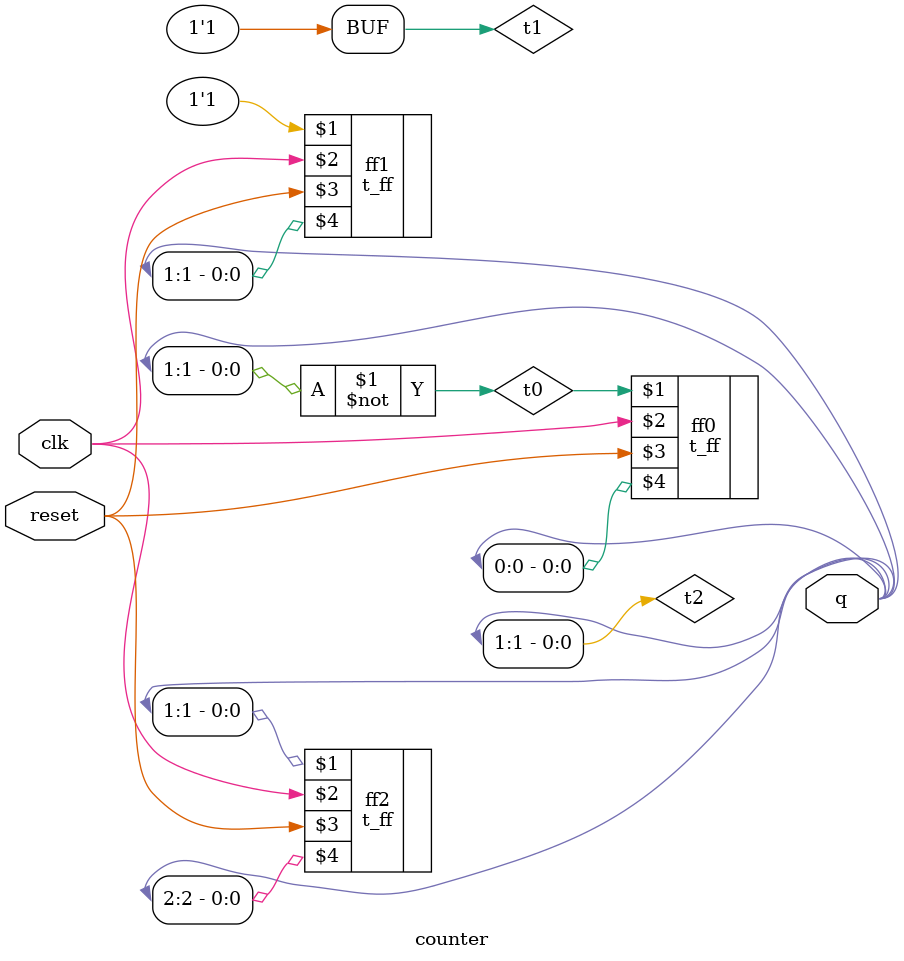
<source format=v>
`timescale 1ns / 1ps


module counter(
input clk, reset, output [2:0]q
    );
    wire t0,t1,t2;
    assign t0=~q[1];
    assign t1=1;
    assign t2=q[1];
    
     t_ff ff0(t0,clk,reset,q[0]);
    t_ff ff1(t1,clk,reset,q[1]);
     t_ff ff2(t2,clk,reset,q[2]);
    
endmodule
</source>
